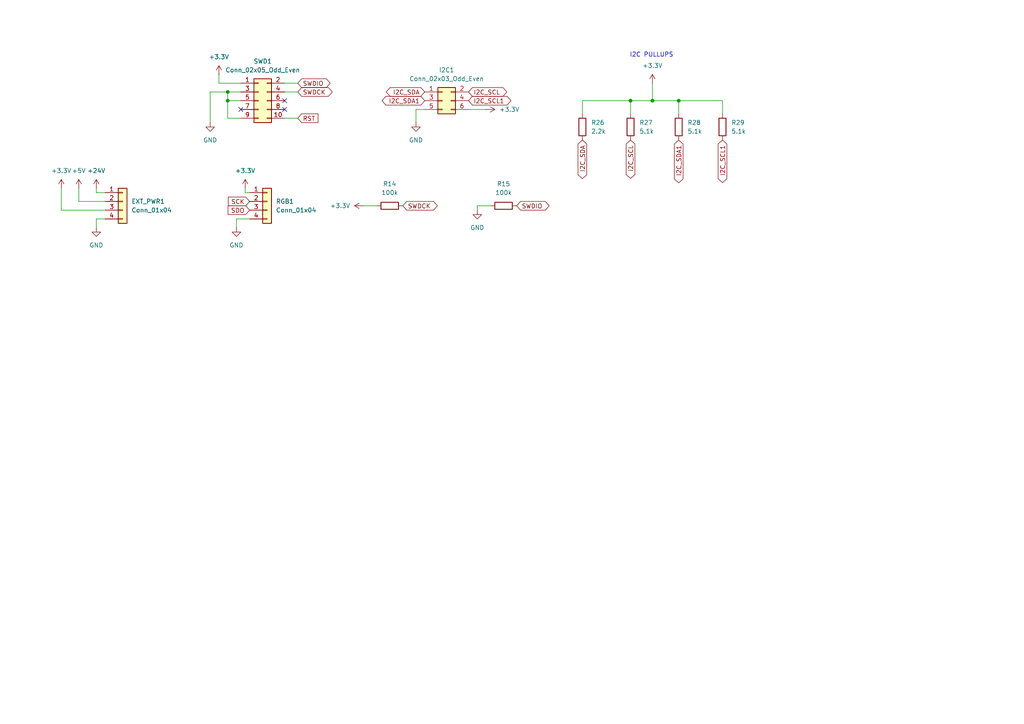
<source format=kicad_sch>
(kicad_sch (version 20231120) (generator "eeschema") (generator_version "8.0")
  (paper "A4")
  (lib_symbols
    (symbol "Connector_Generic:Conn_01x04" (pin_names (offset 1.016) hide)
      (property "Reference" "J" (at 0 5.08 0))
      (property "Value" "Conn_01x04" (at 0 -7.62 0))
      (symbol "Conn_01x04_1_1"
        (rectangle (start -1.27 -4.953) (end 0 -5.207) (stroke (width 0.1524)))
        (rectangle (start -1.27 -2.413) (end 0 -2.667) (stroke (width 0.1524)))
        (rectangle (start -1.27 0.127) (end 0 -0.127) (stroke (width 0.1524)))
        (rectangle (start -1.27 2.667) (end 0 2.413) (stroke (width 0.1524)))
        (rectangle (start -1.27 3.81) (end 1.27 -6.35) (stroke (width 0.254)) (fill (type background)))
        (pin passive line (at -5.08 2.54 0) (length 3.81) (name "Pin_1") (number "1"))
        (pin passive line (at -5.08 0 0) (length 3.81) (name "Pin_2") (number "2"))
        (pin passive line (at -5.08 -2.54 0) (length 3.81) (name "Pin_3") (number "3"))
        (pin passive line (at -5.08 -5.08 0) (length 3.81) (name "Pin_4") (number "4"))
      )
    )
    (symbol "Connector_Generic:Conn_02x03_Odd_Even" (pin_names (offset 1.016) hide)
      (property "Reference" "J" (at 1.27 5.08 0))
      (property "Value" "Conn_02x03_Odd_Even" (at 1.27 -5.08 0))
      (symbol "Conn_02x03_Odd_Even_1_1"
        (rectangle (start -1.27 -2.413) (end 0 -2.667) (stroke (width 0.1524)))
        (rectangle (start -1.27 0.127) (end 0 -0.127) (stroke (width 0.1524)))
        (rectangle (start -1.27 2.667) (end 0 2.413) (stroke (width 0.1524)))
        (rectangle (start -1.27 3.81) (end 3.81 -3.81) (stroke (width 0.254)) (fill (type background)))
        (rectangle (start 3.81 -2.413) (end 2.54 -2.667) (stroke (width 0.1524)))
        (rectangle (start 3.81 0.127) (end 2.54 -0.127) (stroke (width 0.1524)))
        (rectangle (start 3.81 2.667) (end 2.54 2.413) (stroke (width 0.1524)))
        (pin passive line (at -5.08 2.54 0) (length 3.81) (name "Pin_1") (number "1"))
        (pin passive line (at 7.62 2.54 180) (length 3.81) (name "Pin_2") (number "2"))
        (pin passive line (at -5.08 0 0) (length 3.81) (name "Pin_3") (number "3"))
        (pin passive line (at 7.62 0 180) (length 3.81) (name "Pin_4") (number "4"))
        (pin passive line (at -5.08 -2.54 0) (length 3.81) (name "Pin_5") (number "5"))
        (pin passive line (at 7.62 -2.54 180) (length 3.81) (name "Pin_6") (number "6"))
      )
    )
    (symbol "Connector_Generic:Conn_02x05_Odd_Even" (pin_names (offset 1.016) hide)
      (property "Reference" "SWD" (at 1.27 11.43 0))
      (property "Value" "Conn_02x05_Odd_Even" (at 1.27 8.89 0))
      (symbol "Conn_02x05_Odd_Even_1_1"
        (rectangle (start -1.27 -4.953) (end 0 -5.207) (stroke (width 0.1524)))
        (rectangle (start -1.27 -2.413) (end 0 -2.667) (stroke (width 0.1524)))
        (rectangle (start -1.27 0.127) (end 0 -0.127) (stroke (width 0.1524)))
        (rectangle (start -1.27 2.667) (end 0 2.413) (stroke (width 0.1524)))
        (rectangle (start -1.27 5.207) (end 0 4.953) (stroke (width 0.1524)))
        (rectangle (start -1.27 6.35) (end 3.81 -6.35) (stroke (width 0.254)) (fill (type background)))
        (rectangle (start 3.81 -4.953) (end 2.54 -5.207) (stroke (width 0.1524)))
        (rectangle (start 3.81 -2.413) (end 2.54 -2.667) (stroke (width 0.1524)))
        (rectangle (start 3.81 0.127) (end 2.54 -0.127) (stroke (width 0.1524)))
        (rectangle (start 3.81 2.667) (end 2.54 2.413) (stroke (width 0.1524)))
        (rectangle (start 3.81 5.207) (end 2.54 4.953) (stroke (width 0.1524)))
        (pin passive line (at -5.08 5.08 0) (length 3.81) (name "VCC") (number "1"))
        (pin passive line (at 7.62 -5.08 180) (length 3.81) (name "nRESET") (number "10"))
        (pin passive line (at 7.62 5.08 180) (length 3.81) (name "SWDIO/TM") (number "2"))
        (pin passive line (at -5.08 2.54 0) (length 3.81) (name "GND") (number "3"))
        (pin passive line (at 7.62 2.54 180) (length 3.81) (name "SWDCLK/TCK") (number "4"))
        (pin passive line (at -5.08 0 0) (length 3.81) (name "GND") (number "5"))
        (pin passive line (at 7.62 0 180) (length 3.81) (name "SWO/TDO") (number "6"))
        (pin passive line (at -5.08 -2.54 0) (length 3.81) (name "Pin_7") (number "7"))
        (pin passive line (at 7.62 -2.54 180) (length 3.81) (name "NC/TDI") (number "8"))
        (pin passive line (at -5.08 -5.08 0) (length 3.81) (name "GND_Detect") (number "9"))
      )
    )
    (symbol "Device:R" (pin_numbers hide) (pin_names (offset 0))
      (property "Reference" "R" (at 2.032 0 90))
      (property "Value" "R" (at 0 0 90))
      (symbol "R_0_1"
        (rectangle (start -1.016 -2.54) (end 1.016 2.54) (stroke (width 0.254)))
      )
      (symbol "R_1_1"
        (pin passive line (at 0 3.81 270) (length 1.27) (name "~") (number "1"))
        (pin passive line (at 0 -3.81 90) (length 1.27) (name "~") (number "2"))
      )
    )
    (symbol "power:+24V" (power) (pin_numbers hide) (pin_names (offset 0) hide)
      (property "Value" "+24V" (at 0 3.556 0))
      (symbol "+24V_0_1"
        (polyline (pts (xy -0.762 1.27) (xy 0 2.54)))
        (polyline (pts (xy 0 0) (xy 0 2.54)))
        (polyline (pts (xy 0 2.54) (xy 0.762 1.27)))
      )
      (symbol "+24V_1_1"
        (pin power_in line (at 0 0 90) (length 0) (name "~") (number "1"))
      )
    )
    (symbol "power:+3.3V" (power) (pin_numbers hide) (pin_names (offset 0) hide)
      (property "Value" "+3.3V" (at 0 3.556 0))
      (symbol "+3.3V_0_1"
        (polyline (pts (xy -0.762 1.27) (xy 0 2.54)))
        (polyline (pts (xy 0 0) (xy 0 2.54)))
        (polyline (pts (xy 0 2.54) (xy 0.762 1.27)))
      )
      (symbol "+3.3V_1_1"
        (pin power_in line (at 0 0 90) (length 0) (name "~") (number "1"))
      )
    )
    (symbol "power:+5V" (power) (pin_numbers hide) (pin_names (offset 0) hide)
      (property "Value" "+5V" (at 0 3.556 0))
      (symbol "+5V_0_1"
        (polyline (pts (xy -0.762 1.27) (xy 0 2.54)))
        (polyline (pts (xy 0 0) (xy 0 2.54)))
        (polyline (pts (xy 0 2.54) (xy 0.762 1.27)))
      )
      (symbol "+5V_1_1"
        (pin power_in line (at 0 0 90) (length 0) (name "~") (number "1"))
      )
    )
    (symbol "power:GND" (power) (pin_numbers hide) (pin_names (offset 0) hide)
      (property "Value" "GND" (at 0 -3.81 0))
      (symbol "GND_0_1"
        (polyline (pts (xy 0 0) (xy 0 -1.27) (xy 1.27 -1.27) (xy 0 -2.54) (xy -1.27 -1.27) (xy 0 -1.27)))
      )
      (symbol "GND_1_1"
        (pin power_in line (at 0 0 270) (length 0) (name "~") (number "1"))
      )
    )
  )
  (junction (at 189.23 29.21))
  (junction (at 196.85 29.21))
  (junction (at 182.88 29.21))
  (junction (at 66.04 29.21))
  (junction (at 66.04 26.67))
  (no_connect (at 82.55 29.21))
  (no_connect (at 82.55 31.75))
  (no_connect (at 69.85 31.75))
  (wire (pts (xy 138.43 60.96) (xy 138.43 59.69)))
  (wire (pts (xy 66.04 29.21) (xy 66.04 26.67)))
  (wire (pts (xy 209.55 29.21) (xy 209.55 33.02)))
  (wire (pts (xy 71.12 55.88) (xy 71.12 54.61)))
  (wire (pts (xy 182.88 29.21) (xy 182.88 33.02)))
  (wire (pts (xy 27.94 55.88) (xy 30.48 55.88)))
  (wire (pts (xy 138.43 59.69) (xy 142.24 59.69)))
  (wire (pts (xy 189.23 24.13) (xy 189.23 29.21)))
  (wire (pts (xy 82.55 26.67) (xy 86.36 26.67)))
  (wire (pts (xy 72.39 63.5) (xy 68.58 63.5)))
  (wire (pts (xy 82.55 24.13) (xy 86.36 24.13)))
  (wire (pts (xy 30.48 58.42) (xy 22.86 58.42)))
  (wire (pts (xy 30.48 60.96) (xy 17.78 60.96)))
  (wire (pts (xy 60.96 26.67) (xy 60.96 35.56)))
  (wire (pts (xy 69.85 26.67) (xy 66.04 26.67)))
  (wire (pts (xy 63.5 24.13) (xy 69.85 24.13)))
  (wire (pts (xy 82.55 34.29) (xy 86.36 34.29)))
  (wire (pts (xy 30.48 63.5) (xy 27.94 63.5)))
  (wire (pts (xy 69.85 34.29) (xy 66.04 34.29)))
  (wire (pts (xy 120.65 31.75) (xy 120.65 35.56)))
  (wire (pts (xy 105.41 59.69) (xy 109.22 59.69)))
  (wire (pts (xy 123.19 31.75) (xy 120.65 31.75)))
  (wire (pts (xy 182.88 29.21) (xy 189.23 29.21)))
  (wire (pts (xy 66.04 29.21) (xy 69.85 29.21)))
  (wire (pts (xy 66.04 34.29) (xy 66.04 29.21)))
  (wire (pts (xy 66.04 26.67) (xy 60.96 26.67)))
  (wire (pts (xy 22.86 58.42) (xy 22.86 54.61)))
  (wire (pts (xy 72.39 55.88) (xy 71.12 55.88)))
  (wire (pts (xy 168.91 29.21) (xy 182.88 29.21)))
  (wire (pts (xy 63.5 21.59) (xy 63.5 24.13)))
  (wire (pts (xy 168.91 33.02) (xy 168.91 29.21)))
  (wire (pts (xy 27.94 54.61) (xy 27.94 55.88)))
  (wire (pts (xy 27.94 63.5) (xy 27.94 66.04)))
  (wire (pts (xy 196.85 29.21) (xy 209.55 29.21)))
  (wire (pts (xy 17.78 60.96) (xy 17.78 54.61)))
  (wire (pts (xy 189.23 29.21) (xy 196.85 29.21)))
  (wire (pts (xy 135.89 31.75) (xy 140.97 31.75)))
  (wire (pts (xy 196.85 29.21) (xy 196.85 33.02)))
  (wire (pts (xy 68.58 63.5) (xy 68.58 66.04)))
  (text "BREAKOUT checklist:\nDONE\n" (at 10.414 -2.54 0) (effects (font (size 1.27 1.27))))
  (text "I2C PULLUPS" (at 188.976 16.002 0) (effects (font (size 1.27 1.27))))
  (global_label "SWDCK" (shape bidirectional) (at 116.84 59.69 0) (property "Intersheetrefs" "${INTERSHEET_REFS}" (effects (hide yes))))
  (global_label "SWDIO" (shape bidirectional) (at 86.36 24.13 0) (property "Intersheetrefs" "${INTERSHEET_REFS}" (effects (hide yes))))
  (global_label "SWDIO" (shape bidirectional) (at 149.86 59.69 0) (property "Intersheetrefs" "${INTERSHEET_REFS}" (effects (hide yes))))
  (global_label "SCK" (shape input) (at 72.39 58.42 180) (property "Intersheetrefs" "${INTERSHEET_REFS}" (effects (hide yes))))
  (global_label "RST" (shape input) (at 86.36 34.29 0) (property "Intersheetrefs" "${INTERSHEET_REFS}" (effects (hide yes))))
  (global_label "I2C_SCL" (shape bidirectional) (at 182.88 40.64 270) (property "Intersheetrefs" "${INTERSHEET_REFS}" (effects (hide yes))))
  (global_label "SDO" (shape input) (at 72.39 60.96 180) (property "Intersheetrefs" "${INTERSHEET_REFS}" (effects (hide yes))))
  (global_label "SWDCK" (shape bidirectional) (at 86.36 26.67 0) (property "Intersheetrefs" "${INTERSHEET_REFS}" (effects (hide yes))))
  (global_label "I2C_SDA1" (shape bidirectional) (at 123.19 29.21 180) (property "Intersheetrefs" "${INTERSHEET_REFS}" (effects (hide yes))))
  (global_label "I2C_SCL1" (shape bidirectional) (at 209.55 40.64 270) (property "Intersheetrefs" "${INTERSHEET_REFS}" (effects (hide yes))))
  (global_label "I2C_SDA1" (shape bidirectional) (at 196.85 40.64 270) (property "Intersheetrefs" "${INTERSHEET_REFS}" (effects (hide yes))))
  (global_label "I2C_SCL" (shape bidirectional) (at 135.89 26.67 0) (property "Intersheetrefs" "${INTERSHEET_REFS}" (effects (hide yes))))
  (global_label "I2C_SDA" (shape bidirectional) (at 168.91 40.64 270) (property "Intersheetrefs" "${INTERSHEET_REFS}" (effects (hide yes))))
  (global_label "I2C_SCL1" (shape bidirectional) (at 135.89 29.21 0) (property "Intersheetrefs" "${INTERSHEET_REFS}" (effects (hide yes))))
  (global_label "I2C_SDA" (shape bidirectional) (at 123.19 26.67 180) (property "Intersheetrefs" "${INTERSHEET_REFS}" (effects (hide yes))))
  (symbol (lib_id "power:+5V") (at 22.86 54.61 0) (unit 1)
    (property "Reference" "#PWR043" (effects (hide yes)))
    (property "Value" "+5V" (at 22.86 49.53 0))
    (property "Description" "Power symbol creates a global label with name \"+5V\"" (effects (hide yes)))
  )
  (symbol (lib_id "power:+24V") (at 27.94 54.61 0) (unit 1)
    (property "Reference" "#PWR044" (effects (hide yes)))
    (property "Value" "+24V" (at 27.94 49.53 0))
    (property "Description" "Power symbol creates a global label with name \"+24V\"" (effects (hide yes)))
  )
  (symbol (lib_id "power:GND") (at 68.58 66.04 0) (unit 1)
    (property "Reference" "#PWR040" (effects (hide yes)))
    (property "Value" "GND" (at 68.58 71.12 0))
    (property "Description" "Power symbol creates a global label with name \"GND\" , ground" (effects (hide yes)))
  )
  (symbol (lib_id "Device:R") (at 182.88 36.83 0) (unit 1)
    (property "Reference" "R27" (at 185.42 35.5599 0) (effects (justify left)))
    (property "Value" "5.1k" (at 185.42 38.0999 0) (effects (justify left)))
    (property "Footprint" "Resistor_SMD:R_0603_1608Metric" (effects (hide yes)))
    (property "Description" "Resistor" (effects (hide yes)))
  )
  (symbol (lib_id "Connector_Generic:Conn_01x04") (at 77.47 58.42 0) (unit 1)
    (property "Reference" "RGB1" (at 80.01 58.4199 0) (effects (justify left)))
    (property "Value" "Conn_01x04" (at 80.01 60.9599 0) (effects (justify left)))
    (property "Footprint" "Connector_PinHeader_2.54mm:PinHeader_1x04_P2.54mm_Vertical" (effects (hide yes)))
    (property "Description" "Generic connector, single row, 01x04, script generated (kicad-library-utils/schlib/autogen/connector/)" (effects (hide yes)))
  )
  (symbol (lib_id "power:+3.3V") (at 63.5 21.59 0) (unit 1)
    (property "Reference" "#PWR065" (effects (hide yes)))
    (property "Value" "+3.3V" (at 63.5 16.51 0))
    (property "Description" "Power symbol creates a global label with name \"+3.3V\"" (effects (hide yes)))
  )
  (symbol (lib_id "power:GND") (at 120.65 35.56 0) (unit 1)
    (property "Reference" "#PWR038" (effects (hide yes)))
    (property "Value" "GND" (at 120.65 40.64 0))
    (property "Description" "Power symbol creates a global label with name \"GND\" , ground" (effects (hide yes)))
  )
  (symbol (lib_id "Connector_Generic:Conn_02x03_Odd_Even") (at 128.27 29.21 0) (unit 1)
    (property "Reference" "I2C1" (at 129.54 20.32 0))
    (property "Value" "Conn_02x03_Odd_Even" (at 129.54 22.86 0))
    (property "Footprint" "Connector_PinHeader_2.54mm:PinHeader_2x03_P2.54mm_Vertical" (effects (hide yes)))
    (property "Description" "Generic connector, double row, 02x03, odd/even pin numbering scheme (row 1 odd numbers, row 2 even numbers), script generated (kicad-library-utils/schlib/autogen/connector/)" (effects (hide yes)))
  )
  (symbol (lib_id "Connector_Generic:Conn_02x05_Odd_Even") (at 74.93 29.21 0) (unit 1)
    (property "Reference" "SWD1" (at 76.2 17.78 0))
    (property "Value" "Conn_02x05_Odd_Even" (at 76.2 20.32 0))
    (property "Footprint" "SJSU_common:SWD_Conn" (effects (hide yes)))
    (property "Description" "Generic connector, double row, 02x05, odd/even pin numbering scheme (row 1 odd numbers, row 2 even numbers), script generated (kicad-library-utils/schlib/autogen/connector/)" (effects (hide yes)))
  )
  (symbol (lib_id "Device:R") (at 209.55 36.83 180) (unit 1)
    (property "Reference" "R29" (at 212.09 35.5599 0) (effects (justify right)))
    (property "Value" "5.1k" (at 212.09 38.0999 0) (effects (justify right)))
    (property "Footprint" "Resistor_SMD:R_0603_1608Metric" (effects (hide yes)))
    (property "Description" "Resistor" (effects (hide yes)))
  )
  (symbol (lib_id "power:+3.3V") (at 71.12 54.61 0) (unit 1)
    (property "Reference" "#PWR042" (effects (hide yes)))
    (property "Value" "+3.3V" (at 71.12 49.53 0))
    (property "Description" "Power symbol creates a global label with name \"+3.3V\"" (effects (hide yes)))
  )
  (symbol (lib_id "power:GND") (at 138.43 60.96 0) (unit 1)
    (property "Reference" "#PWR046" (effects (hide yes)))
    (property "Value" "GND" (at 138.43 66.04 0))
    (property "Description" "Power symbol creates a global label with name \"GND\" , ground" (effects (hide yes)))
  )
  (symbol (lib_id "power:+3.3V") (at 140.97 31.75 270) (unit 1)
    (property "Reference" "#PWR037" (effects (hide yes)))
    (property "Value" "+3.3V" (at 144.78 31.7499 90) (effects (justify left)))
    (property "Description" "Power symbol creates a global label with name \"+3.3V\"" (effects (hide yes)))
  )
  (symbol (lib_id "Device:R") (at 113.03 59.69 90) (unit 1)
    (property "Reference" "R14" (at 113.03 53.34 90))
    (property "Value" "100k" (at 113.03 55.88 90))
    (property "Footprint" "Resistor_SMD:R_0603_1608Metric" (effects (hide yes)))
    (property "Description" "Resistor" (effects (hide yes)))
  )
  (symbol (lib_id "Device:R") (at 146.05 59.69 90) (unit 1)
    (property "Reference" "R15" (at 146.05 53.34 90))
    (property "Value" "100k" (at 146.05 55.88 90))
    (property "Footprint" "Resistor_SMD:R_0603_1608Metric" (effects (hide yes)))
    (property "Description" "Resistor" (effects (hide yes)))
  )
  (symbol (lib_id "Device:R") (at 196.85 36.83 180) (unit 1)
    (property "Reference" "R28" (at 199.39 35.5599 0) (effects (justify right)))
    (property "Value" "5.1k" (at 199.39 38.0999 0) (effects (justify right)))
    (property "Footprint" "Resistor_SMD:R_0603_1608Metric" (effects (hide yes)))
    (property "Description" "Resistor" (effects (hide yes)))
  )
  (symbol (lib_id "power:+3.3V") (at 17.78 54.61 0) (unit 1)
    (property "Reference" "#PWR041" (effects (hide yes)))
    (property "Value" "+3.3V" (at 17.78 49.53 0))
    (property "Description" "Power symbol creates a global label with name \"+3.3V\"" (effects (hide yes)))
  )
  (symbol (lib_id "power:GND") (at 27.94 66.04 0) (unit 1)
    (property "Reference" "#PWR039" (effects (hide yes)))
    (property "Value" "GND" (at 27.94 71.12 0))
    (property "Description" "Power symbol creates a global label with name \"GND\" , ground" (effects (hide yes)))
  )
  (symbol (lib_id "power:+3.3V") (at 105.41 59.69 90) (unit 1)
    (property "Reference" "#PWR045" (effects (hide yes)))
    (property "Value" "+3.3V" (at 101.6 59.6899 90) (effects (justify left)))
    (property "Description" "Power symbol creates a global label with name \"+3.3V\"" (effects (hide yes)))
  )
  (symbol (lib_id "power:GND") (at 60.96 35.56 0) (unit 1)
    (property "Reference" "#PWR066" (effects (hide yes)))
    (property "Value" "GND" (at 60.96 40.64 0))
    (property "Description" "Power symbol creates a global label with name \"GND\" , ground" (effects (hide yes)))
  )
  (symbol (lib_id "Connector_Generic:Conn_01x04") (at 35.56 58.42 0) (unit 1)
    (property "Reference" "EXT_PWR1" (at 38.1 58.4199 0) (effects (justify left)))
    (property "Value" "Conn_01x04" (at 38.1 60.9599 0) (effects (justify left)))
    (property "Footprint" "Connector_PinHeader_2.54mm:PinHeader_1x04_P2.54mm_Vertical" (effects (hide yes)))
    (property "Description" "Generic connector, single row, 01x04, script generated (kicad-library-utils/schlib/autogen/connector/)" (effects (hide yes)))
  )
  (symbol (lib_id "Device:R") (at 168.91 36.83 180) (unit 1)
    (property "Reference" "R26" (at 171.45 35.5599 0) (effects (justify right)))
    (property "Value" "2.2k" (at 171.45 38.0999 0) (effects (justify right)))
    (property "Footprint" "Resistor_SMD:R_0603_1608Metric" (effects (hide yes)))
    (property "Description" "Resistor" (effects (hide yes)))
  )
  (symbol (lib_id "power:+3.3V") (at 189.23 24.13 0) (unit 1)
    (property "Reference" "#PWR077" (effects (hide yes)))
    (property "Value" "+3.3V" (at 189.23 19.05 0))
    (property "Description" "Power symbol creates a global label with name \"+3.3V\"" (effects (hide yes)))
  )
)
</source>
